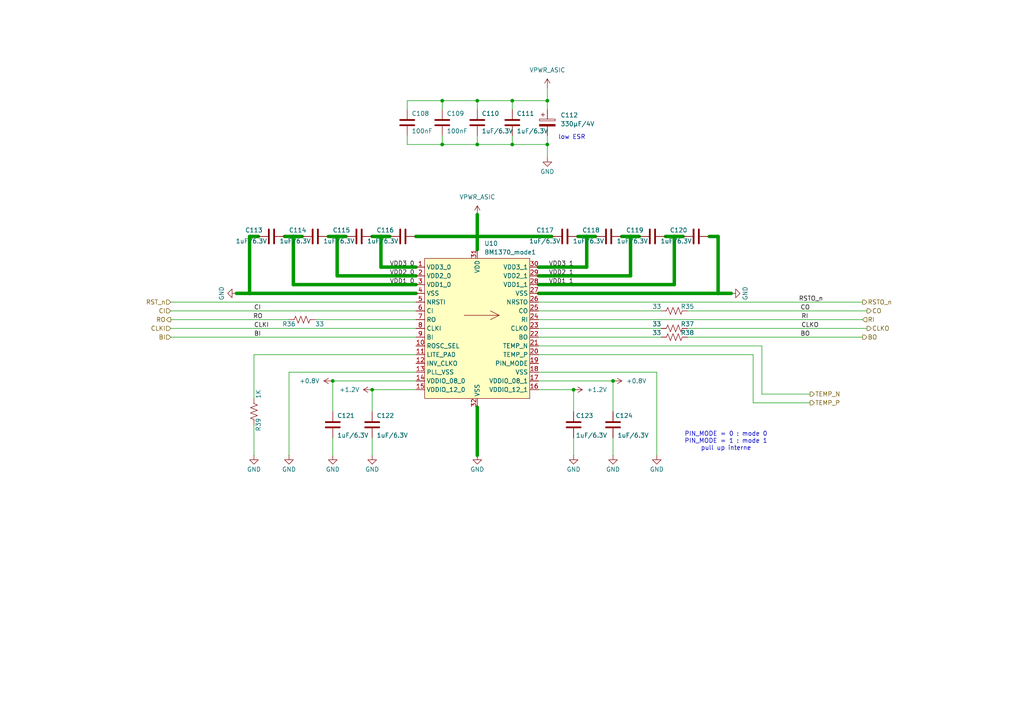
<source format=kicad_sch>
(kicad_sch (version 20231120) (generator "eeschema") (generator_version "8.0")
  (paper "A4")
  (lib_symbols
    (symbol "Device:C" (pin_numbers hide) (pin_names (offset 0.254))
      (property "Reference" "C" (at 0.635 2.54 0))
      (property "Value" "C" (at 0.635 -2.54 0))
      (symbol "C_0_1"
        (polyline (pts (xy -2.032 -0.762) (xy 2.032 -0.762)) (stroke (width 0.508)))
        (polyline (pts (xy -2.032 0.762) (xy 2.032 0.762)) (stroke (width 0.508)))
      )
      (symbol "C_1_1"
        (pin passive line (at 0 3.81 270) (length 2.794) (name "~") (number "1"))
        (pin passive line (at 0 -3.81 90) (length 2.794) (name "~") (number "2"))
      )
    )
    (symbol "Device:C_Polarized" (pin_numbers hide) (pin_names (offset 0.254))
      (property "Reference" "C" (at 0.635 2.54 0))
      (property "Value" "C_Polarized" (at 0.635 -2.54 0))
      (symbol "C_Polarized_0_1"
        (rectangle (start -2.286 0.508) (end 2.286 1.016))
        (polyline (pts (xy -1.778 2.286) (xy -0.762 2.286)))
        (polyline (pts (xy -1.27 2.794) (xy -1.27 1.778)))
        (rectangle (start 2.286 -0.508) (end -2.286 -1.016) (fill (type outline)))
      )
      (symbol "C_Polarized_1_1"
        (pin passive line (at 0 3.81 270) (length 2.794) (name "~") (number "1"))
        (pin passive line (at 0 -3.81 90) (length 2.794) (name "~") (number "2"))
      )
    )
    (symbol "Device:R_US" (pin_numbers hide) (pin_names (offset 0))
      (property "Reference" "R" (at 2.54 0 90))
      (property "Value" "R_US" (at -2.54 0 90))
      (symbol "R_US_0_1"
        (polyline (pts (xy 0 -2.286) (xy 0 -2.54)))
        (polyline (pts (xy 0 2.286) (xy 0 2.54)))
        (polyline (pts (xy 0 -0.762) (xy 1.016 -1.143) (xy 0 -1.524) (xy -1.016 -1.905) (xy 0 -2.286)))
        (polyline (pts (xy 0 0.762) (xy 1.016 0.381) (xy 0 0) (xy -1.016 -0.381) (xy 0 -0.762)))
        (polyline (pts (xy 0 2.286) (xy 1.016 1.905) (xy 0 1.524) (xy -1.016 1.143) (xy 0 0.762)))
      )
      (symbol "R_US_1_1"
        (pin passive line (at 0 3.81 270) (length 1.27) (name "~") (number "1"))
        (pin passive line (at 0 -3.81 90) (length 1.27) (name "~") (number "2"))
      )
    )
    (symbol "EKO_Miner_ASIClib:BM1370_mode1"
      (property "Reference" "U" (at 20.066 1.016 0))
      (property "Value" "BM1370_mode1" (at 26.924 -1.27 0))
      (symbol "BM1370_mode1_0_1"
        (polyline (pts (xy 13.97 -19.05) (xy 24.13 -19.05)))
        (polyline (pts (xy 21.59 -20.32) (xy 24.13 -19.05)))
        (polyline (pts (xy 21.59 -17.78) (xy 24.13 -19.05)))
        (rectangle (start 2.54 -2.54) (end 33.02 -43.18) (fill (type background)))
      )
      (symbol "BM1370_mode1_1_1"
        (pin power_in line (at 0 -5.08 0) (length 2.54) (name "VDD3_0") (number "1"))
        (pin unspecified line (at 0 -27.94 0) (length 2.54) (name "ROSC_SEL") (number "10"))
        (pin unspecified line (at 0 -30.48 0) (length 2.54) (name "LITE_PAD") (number "11"))
        (pin unspecified line (at 0 -33.02 0) (length 2.54) (name "INV_CLKO") (number "12"))
        (pin power_in line (at 0 -35.56 0) (length 2.54) (name "PLL_VSS") (number "13"))
        (pin power_in line (at 0 -38.1 0) (length 2.54) (name "VDDIO_08_0") (number "14"))
        (pin power_in line (at 0 -40.64 0) (length 2.54) (name "VDDIO_12_0") (number "15"))
        (pin power_in line (at 35.56 -40.64 180) (length 2.54) (name "VDDIO_12_1") (number "16"))
        (pin power_in line (at 35.56 -38.1 180) (length 2.54) (name "VDDIO_08_1") (number "17"))
        (pin power_in line (at 35.56 -35.56 180) (length 2.54) (name "VSS") (number "18"))
        (pin input line (at 35.56 -33.02 180) (length 2.54) (name "PIN_MODE") (number "19"))
        (pin power_in line (at 0 -7.62 0) (length 2.54) (name "VDD2_0") (number "2"))
        (pin unspecified line (at 35.56 -30.48 180) (length 2.54) (name "TEMP_P") (number "20"))
        (pin unspecified line (at 35.56 -27.94 180) (length 2.54) (name "TEMP_N") (number "21"))
        (pin output line (at 35.56 -25.4 180) (length 2.54) (name "BO") (number "22"))
        (pin output line (at 35.56 -22.86 180) (length 2.54) (name "CLKO") (number "23"))
        (pin input line (at 35.56 -20.32 180) (length 2.54) (name "RI") (number "24"))
        (pin output line (at 35.56 -17.78 180) (length 2.54) (name "CO") (number "25"))
        (pin output line (at 35.56 -15.24 180) (length 2.54) (name "NRSTO") (number "26"))
        (pin power_in line (at 35.56 -12.7 180) (length 2.54) (name "VSS") (number "27"))
        (pin power_in line (at 35.56 -10.16 180) (length 2.54) (name "VDD1_1") (number "28"))
        (pin power_in line (at 35.56 -7.62 180) (length 2.54) (name "VDD2_1") (number "29"))
        (pin power_in line (at 0 -10.16 0) (length 2.54) (name "VDD1_0") (number "3"))
        (pin power_in line (at 35.56 -5.08 180) (length 2.54) (name "VDD3_1") (number "30"))
        (pin power_in line (at 17.78 0 270) (length 2.54) (name "VDD") (number "31"))
        (pin power_in line (at 17.78 -45.72 90) (length 2.54) (name "VSS") (number "32"))
        (pin power_in line (at 0 -12.7 0) (length 2.54) (name "VSS") (number "4"))
        (pin input line (at 0 -15.24 0) (length 2.54) (name "NRSTI") (number "5"))
        (pin input line (at 0 -17.78 0) (length 2.54) (name "CI") (number "6"))
        (pin output line (at 0 -20.32 0) (length 2.54) (name "RO") (number "7"))
        (pin input line (at 0 -22.86 0) (length 2.54) (name "CLKI") (number "8"))
        (pin input line (at 0 -25.4 0) (length 2.54) (name "BI") (number "9"))
      )
    )
    (symbol "power:GND" (power) (pin_numbers hide) (pin_names (offset 0) hide)
      (property "Value" "GND" (at 0 -3.81 0))
      (symbol "GND_0_1"
        (polyline (pts (xy 0 0) (xy 0 -1.27) (xy 1.27 -1.27) (xy 0 -2.54) (xy -1.27 -1.27) (xy 0 -1.27)))
      )
      (symbol "GND_1_1"
        (pin power_in line (at 0 0 270) (length 0) (name "~") (number "1"))
      )
    )
    (symbol "power:VDD" (power) (pin_numbers hide) (pin_names (offset 0) hide)
      (property "Value" "VDD" (at 0 3.556 0))
      (symbol "VDD_0_1"
        (polyline (pts (xy -0.762 1.27) (xy 0 2.54)))
        (polyline (pts (xy 0 0) (xy 0 2.54)))
        (polyline (pts (xy 0 2.54) (xy 0.762 1.27)))
      )
      (symbol "VDD_1_1"
        (pin power_in line (at 0 0 90) (length 0) (name "~") (number "1"))
      )
    )
  )
  (junction (at 107.95 113.03))
  (junction (at 138.43 29.21) (diameter 0.9144))
  (junction (at 128.27 41.91) (diameter 0.9144))
  (junction (at 148.59 41.91))
  (junction (at 177.8 110.49))
  (junction (at 170.18 68.58))
  (junction (at 72.39 85.09))
  (junction (at 85.09 68.58))
  (junction (at 208.28 85.09))
  (junction (at 138.43 68.58))
  (junction (at 96.52 110.49))
  (junction (at 128.27 29.21) (diameter 0.9144))
  (junction (at 158.75 29.21))
  (junction (at 97.79 68.58))
  (junction (at 148.59 29.21))
  (junction (at 110.49 68.58))
  (junction (at 166.37 113.03))
  (junction (at 138.43 41.91) (diameter 0.9144))
  (junction (at 158.75 41.91))
  (junction (at 182.88 68.58))
  (junction (at 195.58 68.58))
  (wire (pts (xy 166.37 113.03) (xy 166.37 119.38)))
  (wire (pts (xy 220.98 114.3) (xy 234.95 114.3)))
  (wire (pts (xy 148.59 41.91) (xy 138.43 41.91)))
  (wire (pts (xy 158.75 31.75) (xy 158.75 29.21)))
  (wire (pts (xy 156.21 95.25) (xy 191.77 95.25)))
  (wire (pts (xy 208.28 85.09) (xy 208.28 68.58)) (stroke (width 1)))
  (wire (pts (xy 118.11 31.75) (xy 118.11 29.21)))
  (wire (pts (xy 49.53 92.71) (xy 83.82 92.71)))
  (wire (pts (xy 107.95 127) (xy 107.95 132.08)))
  (wire (pts (xy 166.37 127) (xy 166.37 132.08)))
  (wire (pts (xy 85.09 68.58) (xy 87.63 68.58)) (stroke (width 1)))
  (wire (pts (xy 97.79 68.58) (xy 100.33 68.58)) (stroke (width 1)))
  (wire (pts (xy 156.21 87.63) (xy 250.19 87.63)))
  (wire (pts (xy 110.49 68.58) (xy 109.22 68.58)))
  (wire (pts (xy 120.65 68.58) (xy 138.43 68.58)) (stroke (width 1)))
  (wire (pts (xy 138.43 68.58) (xy 160.02 68.58)) (stroke (width 1)))
  (wire (pts (xy 199.39 95.25) (xy 251.46 95.25)))
  (wire (pts (xy 156.21 77.47) (xy 170.18 77.47)) (stroke (width 1)))
  (wire (pts (xy 128.27 29.21) (xy 138.43 29.21)))
  (wire (pts (xy 97.79 80.01) (xy 120.65 80.01)) (stroke (width 1)))
  (wire (pts (xy 128.27 31.75) (xy 128.27 29.21)))
  (wire (pts (xy 138.43 118.11) (xy 138.43 132.08)) (stroke (width 1)))
  (wire (pts (xy 110.49 68.58) (xy 110.49 77.47)) (stroke (width 1)))
  (wire (pts (xy 158.75 25.4) (xy 158.75 29.21)))
  (wire (pts (xy 85.09 68.58) (xy 86.36 68.58)))
  (wire (pts (xy 156.21 85.09) (xy 208.28 85.09)) (stroke (width 1)))
  (wire (pts (xy 167.64 68.58) (xy 170.18 68.58)) (stroke (width 1)))
  (wire (pts (xy 177.8 110.49) (xy 177.8 119.38)))
  (wire (pts (xy 138.43 29.21) (xy 148.59 29.21)))
  (wire (pts (xy 118.11 39.37) (xy 118.11 41.91)))
  (wire (pts (xy 182.88 68.58) (xy 185.42 68.58)) (stroke (width 1)))
  (wire (pts (xy 190.5 107.95) (xy 190.5 132.08)))
  (wire (pts (xy 180.34 68.58) (xy 182.88 68.58)) (stroke (width 1)))
  (wire (pts (xy 107.95 113.03) (xy 107.95 119.38)))
  (wire (pts (xy 199.39 90.17) (xy 251.46 90.17)))
  (wire (pts (xy 128.27 41.91) (xy 138.43 41.91)))
  (wire (pts (xy 73.66 102.87) (xy 73.66 115.57)))
  (wire (pts (xy 156.21 80.01) (xy 182.88 80.01)) (stroke (width 1)))
  (wire (pts (xy 128.27 39.37) (xy 128.27 41.91)))
  (wire (pts (xy 118.11 29.21) (xy 128.27 29.21)))
  (wire (pts (xy 158.75 45.72) (xy 158.75 41.91)))
  (wire (pts (xy 156.21 82.55) (xy 195.58 82.55)) (stroke (width 1)))
  (wire (pts (xy 138.43 62.23) (xy 138.43 68.58)) (stroke (width 1)))
  (wire (pts (xy 85.09 82.55) (xy 120.65 82.55)) (stroke (width 1)))
  (wire (pts (xy 195.58 68.58) (xy 198.12 68.58)) (stroke (width 1)))
  (wire (pts (xy 170.18 68.58) (xy 172.72 68.58)) (stroke (width 1)))
  (wire (pts (xy 156.21 92.71) (xy 250.19 92.71)))
  (wire (pts (xy 96.52 110.49) (xy 96.52 119.38)))
  (wire (pts (xy 177.8 127) (xy 177.8 132.08)))
  (wire (pts (xy 120.65 102.87) (xy 73.66 102.87)))
  (wire (pts (xy 158.75 39.37) (xy 158.75 41.91)))
  (wire (pts (xy 120.65 107.95) (xy 83.82 107.95)))
  (wire (pts (xy 218.44 116.84) (xy 234.95 116.84)))
  (wire (pts (xy 148.59 29.21) (xy 158.75 29.21)))
  (wire (pts (xy 97.79 68.58) (xy 100.33 68.58)))
  (wire (pts (xy 199.39 97.79) (xy 250.19 97.79)))
  (wire (pts (xy 156.21 100.33) (xy 220.98 100.33)))
  (wire (pts (xy 96.52 110.49) (xy 120.65 110.49)))
  (wire (pts (xy 138.43 31.75) (xy 138.43 29.21)))
  (wire (pts (xy 72.39 85.09) (xy 120.65 85.09)) (stroke (width 1)))
  (wire (pts (xy 156.21 97.79) (xy 191.77 97.79)))
  (wire (pts (xy 193.04 68.58) (xy 195.58 68.58)) (stroke (width 1)))
  (wire (pts (xy 156.21 113.03) (xy 166.37 113.03)))
  (wire (pts (xy 49.53 97.79) (xy 120.65 97.79)))
  (wire (pts (xy 220.98 100.33) (xy 220.98 114.3)))
  (wire (pts (xy 170.18 77.47) (xy 170.18 68.58)) (stroke (width 1)))
  (wire (pts (xy 107.95 68.58) (xy 110.49 68.58)) (stroke (width 1)))
  (wire (pts (xy 97.79 80.01) (xy 97.79 68.58)) (stroke (width 1)))
  (wire (pts (xy 138.43 39.37) (xy 138.43 41.91)))
  (wire (pts (xy 49.53 90.17) (xy 120.65 90.17)))
  (wire (pts (xy 195.58 82.55) (xy 195.58 68.58)) (stroke (width 1)))
  (wire (pts (xy 95.25 68.58) (xy 97.79 68.58)) (stroke (width 1)))
  (wire (pts (xy 128.27 41.91) (xy 118.11 41.91)))
  (wire (pts (xy 107.95 113.03) (xy 120.65 113.03)))
  (wire (pts (xy 73.66 123.19) (xy 73.66 132.08)))
  (wire (pts (xy 182.88 80.01) (xy 182.88 68.58)) (stroke (width 1)))
  (wire (pts (xy 96.52 127) (xy 96.52 132.08)))
  (wire (pts (xy 148.59 41.91) (xy 158.75 41.91)))
  (wire (pts (xy 49.53 87.63) (xy 120.65 87.63)))
  (wire (pts (xy 148.59 39.37) (xy 148.59 41.91)))
  (wire (pts (xy 110.49 77.47) (xy 120.65 77.47)) (stroke (width 1)))
  (wire (pts (xy 156.21 107.95) (xy 190.5 107.95)))
  (wire (pts (xy 218.44 102.87) (xy 218.44 116.84)))
  (wire (pts (xy 156.21 90.17) (xy 191.77 90.17)))
  (wire (pts (xy 156.21 102.87) (xy 218.44 102.87)))
  (wire (pts (xy 83.82 107.95) (xy 83.82 132.08)))
  (wire (pts (xy 138.43 68.58) (xy 138.43 72.39)) (stroke (width 1)))
  (wire (pts (xy 68.58 85.09) (xy 72.39 85.09)) (stroke (width 1)))
  (wire (pts (xy 49.53 95.25) (xy 120.65 95.25)))
  (wire (pts (xy 72.39 85.09) (xy 72.39 68.58)) (stroke (width 1)))
  (wire (pts (xy 110.49 68.58) (xy 113.03 68.58)) (stroke (width 1)))
  (wire (pts (xy 208.28 68.58) (xy 205.74 68.58)) (stroke (width 1)))
  (wire (pts (xy 85.09 82.55) (xy 85.09 68.58)) (stroke (width 1)))
  (wire (pts (xy 91.44 92.71) (xy 120.65 92.71)))
  (wire (pts (xy 148.59 31.75) (xy 148.59 29.21)))
  (wire (pts (xy 156.21 110.49) (xy 177.8 110.49)))
  (wire (pts (xy 82.55 68.58) (xy 85.09 68.58)) (stroke (width 1)))
  (wire (pts (xy 72.39 68.58) (xy 74.93 68.58)) (stroke (width 1)))
  (wire (pts (xy 208.28 85.09) (xy 212.09 85.09)) (stroke (width 1)))
  (text "low ESR" (at 165.862 39.878 0) (effects (font (size 1.27 1.27))))
  (text "PIN_MODE = 0 : mode 0\nPIN_MODE = 1 : mode 1\npull up interne" (at 210.566 128.016 0) (effects (font (size 1.27 1.27))))
  (label "BO" (at 234.95 97.79 180))
  (label "CLKI" (at 73.66 95.25 0))
  (label "VDD2_0" (at 113.03 80.01 0))
  (label "RI" (at 232.41 92.71 0))
  (label "RO" (at 76.2 92.71 180))
  (label "CLKO" (at 237.49 95.25 180))
  (label "VDD1_0" (at 113.03 82.55 0))
  (label "VDD3_1" (at 166.37 77.47 180))
  (label "BI" (at 73.66 97.79 0))
  (label "RSTO_n" (at 238.76 87.63 180))
  (label "VDD3_0" (at 113.03 77.47 0))
  (label "CI" (at 73.66 90.17 0))
  (label "VDD2_1" (at 166.37 80.01 180))
  (label "VDD1_1" (at 166.37 82.55 180))
  (label "CO" (at 234.95 90.17 180))
  (hierarchical_label "CLKI" (shape input) (at 49.53 95.25 180))
  (hierarchical_label "CI" (shape input) (at 49.53 90.17 180))
  (hierarchical_label "RO" (shape output) (at 49.53 92.71 180))
  (hierarchical_label "CO" (shape output) (at 251.46 90.17 0))
  (hierarchical_label "BO" (shape output) (at 250.19 97.79 0))
  (hierarchical_label "CLKO" (shape output) (at 251.46 95.25 0))
  (hierarchical_label "RSTO_n" (shape output) (at 250.19 87.63 0))
  (hierarchical_label "BI" (shape input) (at 49.53 97.79 180))
  (hierarchical_label "TEMP_N" (shape output) (at 234.95 114.3 0))
  (hierarchical_label "RST_n" (shape input) (at 49.53 87.63 180))
  (hierarchical_label "RI" (shape input) (at 250.19 92.71 0))
  (hierarchical_label "TEMP_P" (shape output) (at 234.95 116.84 0))
  (symbol (lib_id "Device:C_Polarized") (at 158.75 35.56 0) (unit 1)
    (property "Reference" "C112" (at 162.56 33.4009 0) (effects (justify left)))
    (property "Value" "330µF/4V" (at 162.56 35.9409 0) (effects (justify left)))
    (property "Footprint" "Capacitor_SMD:C_1210_3225Metric" (effects (hide yes)))
    (property "MP" "GRM32ER60G337ME05K" (effects (hide yes)))
    (property "P/N MOUSER" "81-GRM32ER60G337ME5K" (effects (hide yes)))
    (instances (project "AsicsBoard - 10xBM1370 - 01A" (path "" (reference "C112") (unit 1)) (path "" (reference "C78") (unit 1)) (path "" (reference "C129") (unit 1)) (path "" (reference "C163") (unit 1)) (path "" (reference "C44") (unit 1)) (path "" (reference "C27") (unit 1)) (path "" (reference "C61") (unit 1)) (path "" (reference "C95") (unit 1)) (path "" (reference "C146") (unit 1)) (path "" (reference "C10") (unit 1))))
  )
  (symbol (lib_id "Device:R_US") (at 195.58 90.17 90) (unit 1)
    (property "Reference" "R35" (at 199.39 88.9 90))
    (property "Value" "33" (at 190.5 88.9 90))
    (property "Footprint" "Resistor_SMD:R_0402_1005Metric" (effects (hide yes)))
    (property "P/N MOUSER" "791-WR04X33R0FTL" (effects (hide yes)))
    (instances (project "AsicsBoard - 10xBM1370 - 01A" (path "" (reference "R35") (unit 1)) (path "" (reference "R23") (unit 1)) (path "" (reference "R40") (unit 1)) (path "" (reference "R50") (unit 1)) (path "" (reference "R13") (unit 1)) (path "" (reference "R8") (unit 1)) (path "" (reference "R18") (unit 1)) (path "" (reference "R30") (unit 1)) (path "" (reference "R45") (unit 1)) (path "" (reference "R3") (unit 1))))
  )
  (symbol (lib_id "Device:C") (at 116.84 68.58 90) (unit 1)
    (property "Reference" "C116" (at 114.3 66.04 90) (effects (justify left bottom)))
    (property "Value" "1uF/6.3V" (at 115.57 69.215 90) (effects (justify left bottom)))
    (property "Footprint" "Capacitor_SMD:C_0402_1005Metric" (effects (hide yes)))
    (property "P/N MOUSER" "81-GRM155R70J105KA2D" (effects (hide yes)))
    (instances (project "AsicsBoard - 10xBM1370 - 01A" (path "" (reference "C116") (unit 1)) (path "" (reference "C82") (unit 1)) (path "" (reference "C133") (unit 1)) (path "" (reference "C167") (unit 1)) (path "" (reference "C48") (unit 1)) (path "" (reference "C31") (unit 1)) (path "" (reference "C65") (unit 1)) (path "" (reference "C99") (unit 1)) (path "" (reference "C150") (unit 1)) (path "" (reference "C14") (unit 1))))
  )
  (symbol (lib_id "Device:C") (at 118.11 35.56 0) (unit 1)
    (property "Reference" "C108" (at 119.38 33.655 0) (effects (justify left bottom)))
    (property "Value" "100nF" (at 119.38 38.735 0) (effects (justify left bottom)))
    (property "Footprint" "Capacitor_SMD:C_0402_1005Metric" (effects (hide yes)))
    (property "P/N MOUSER" "791-SH15B104K160CT" (effects (hide yes)))
    (instances (project "AsicsBoard - 10xBM1370 - 01A" (path "" (reference "C108") (unit 1)) (path "" (reference "C74") (unit 1)) (path "" (reference "C125") (unit 1)) (path "" (reference "C159") (unit 1)) (path "" (reference "C40") (unit 1)) (path "" (reference "C23") (unit 1)) (path "" (reference "C57") (unit 1)) (path "" (reference "C91") (unit 1)) (path "" (reference "C142") (unit 1)) (path "" (reference "C6") (unit 1))))
  )
  (symbol (lib_id "power:GND") (at 212.09 85.09 90) (unit 1)
    (property "Reference" "#PWR0129" (effects (hide yes)))
    (property "Value" "GND" (at 216.154 85.09 0))
    (property "Description" "Power symbol creates a global label with name \"GND\" , ground" (effects (hide yes)))
    (instances (project "AsicsBoard - 10xBM1370 - 01A" (path "" (reference "#PWR0129") (unit 1)) (path "" (reference "#PWR093") (unit 1)) (path "" (reference "#PWR0146") (unit 1)) (path "" (reference "#PWR0180") (unit 1)) (path "" (reference "#PWR059") (unit 1)) (path "" (reference "#PWR042") (unit 1)) (path "" (reference "#PWR076") (unit 1)) (path "" (reference "#PWR0112") (unit 1)) (path "" (reference "#PWR0163") (unit 1)) (path "" (reference "#PWR025") (unit 1))))
  )
  (symbol (lib_id "power:GND") (at 83.82 132.08 0) (unit 1)
    (property "Reference" "#PWR0135" (effects (hide yes)))
    (property "Value" "GND" (at 83.82 136.144 0))
    (property "Description" "Power symbol creates a global label with name \"GND\" , ground" (effects (hide yes)))
    (instances (project "AsicsBoard - 10xBM1370 - 01A" (path "" (reference "#PWR0135") (unit 1)) (path "" (reference "#PWR099") (unit 1)) (path "" (reference "#PWR0152") (unit 1)) (path "" (reference "#PWR0186") (unit 1)) (path "" (reference "#PWR065") (unit 1)) (path "" (reference "#PWR048") (unit 1)) (path "" (reference "#PWR082") (unit 1)) (path "" (reference "#PWR0118") (unit 1)) (path "" (reference "#PWR0169") (unit 1)) (path "" (reference "#PWR031") (unit 1))))
  )
  (symbol (lib_id "Device:C") (at 201.93 68.58 90) (unit 1)
    (property "Reference" "C120" (at 199.39 66.04 90) (effects (justify left bottom)))
    (property "Value" "1uF/6.3V" (at 200.66 69.215 90) (effects (justify left bottom)))
    (property "Footprint" "Capacitor_SMD:C_0402_1005Metric" (effects (hide yes)))
    (property "P/N MOUSER" "81-GRM155R70J105KA2D" (effects (hide yes)))
    (instances (project "AsicsBoard - 10xBM1370 - 01A" (path "" (reference "C120") (unit 1)) (path "" (reference "C86") (unit 1)) (path "" (reference "C137") (unit 1)) (path "" (reference "C171") (unit 1)) (path "" (reference "C52") (unit 1)) (path "" (reference "C35") (unit 1)) (path "" (reference "C69") (unit 1)) (path "" (reference "C103") (unit 1)) (path "" (reference "C154") (unit 1)) (path "" (reference "C18") (unit 1))))
  )
  (symbol (lib_id "power:VDD") (at 96.52 110.49 90) (unit 1)
    (property "Reference" "#PWR0130" (effects (hide yes)))
    (property "Value" "+0.8V" (at 92.71 110.4899 90) (effects (justify left)))
    (property "Description" "Power symbol creates a global label with name \"VDD\"" (effects (hide yes)))
    (instances (project "AsicsBoard - 10xBM1370 - 01A" (path "" (reference "#PWR0130") (unit 1)) (path "" (reference "#PWR094") (unit 1)) (path "" (reference "#PWR0147") (unit 1)) (path "" (reference "#PWR0181") (unit 1)) (path "" (reference "#PWR060") (unit 1)) (path "" (reference "#PWR043") (unit 1)) (path "" (reference "#PWR077") (unit 1)) (path "" (reference "#PWR0113") (unit 1)) (path "" (reference "#PWR0164") (unit 1)) (path "" (reference "#PWR026") (unit 1))))
  )
  (symbol (lib_id "Device:C") (at 91.44 68.58 90) (unit 1)
    (property "Reference" "C114" (at 88.9 66.04 90) (effects (justify left bottom)))
    (property "Value" "1uF/6.3V" (at 90.17 69.215 90) (effects (justify left bottom)))
    (property "Footprint" "Capacitor_SMD:C_0402_1005Metric" (effects (hide yes)))
    (property "P/N MOUSER" "81-GRM155R70J105KA2D" (effects (hide yes)))
    (instances (project "AsicsBoard - 10xBM1370 - 01A" (path "" (reference "C114") (unit 1)) (path "" (reference "C80") (unit 1)) (path "" (reference "C131") (unit 1)) (path "" (reference "C165") (unit 1)) (path "" (reference "C46") (unit 1)) (path "" (reference "C29") (unit 1)) (path "" (reference "C63") (unit 1)) (path "" (reference "C97") (unit 1)) (path "" (reference "C148") (unit 1)) (path "" (reference "C12") (unit 1))))
  )
  (symbol (lib_id "Device:R_US") (at 195.58 95.25 90) (unit 1)
    (property "Reference" "R37" (at 199.39 93.98 90))
    (property "Value" "33" (at 190.5 93.98 90))
    (property "Footprint" "Resistor_SMD:R_0402_1005Metric" (effects (hide yes)))
    (property "P/N MOUSER" "791-WR04X33R0FTL" (effects (hide yes)))
    (instances (project "AsicsBoard - 10xBM1370 - 01A" (path "" (reference "R37") (unit 1)) (path "" (reference "R25") (unit 1)) (path "" (reference "R42") (unit 1)) (path "" (reference "R52") (unit 1)) (path "" (reference "R15") (unit 1)) (path "" (reference "R10") (unit 1)) (path "" (reference "R20") (unit 1)) (path "" (reference "R32") (unit 1)) (path "" (reference "R47") (unit 1)) (path "" (reference "R5") (unit 1))))
  )
  (symbol (lib_id "EKO_Miner_ASIClib:BM1370_mode1") (at 120.65 72.39 0) (unit 1)
    (property "Reference" "U10" (at 140.462 70.612 0) (effects (justify left)))
    (property "Value" "BM1370_mode1" (at 140.462 73.152 0) (effects (justify left)))
    (property "Footprint" "EKO_Miner_ASIClib:BM1370" (effects (hide yes)))
    (instances (project "AsicsBoard - 10xBM1370 - 01A" (path "" (reference "U10") (unit 1)) (path "" (reference "U8") (unit 1)) (path "" (reference "U11") (unit 1)) (path "" (reference "U13") (unit 1)) (path "" (reference "U6") (unit 1)) (path "" (reference "U5") (unit 1)) (path "" (reference "U7") (unit 1)) (path "" (reference "U9") (unit 1)) (path "" (reference "U12") (unit 1)) (path "" (reference "U4") (unit 1))))
  )
  (symbol (lib_id "power:GND") (at 68.58 85.09 270) (unit 1)
    (property "Reference" "#PWR0128" (effects (hide yes)))
    (property "Value" "GND" (at 64.262 85.09 0))
    (property "Description" "Power symbol creates a global label with name \"GND\" , ground" (effects (hide yes)))
    (instances (project "AsicsBoard - 10xBM1370 - 01A" (path "" (reference "#PWR0128") (unit 1)) (path "" (reference "#PWR092") (unit 1)) (path "" (reference "#PWR0145") (unit 1)) (path "" (reference "#PWR0179") (unit 1)) (path "" (reference "#PWR058") (unit 1)) (path "" (reference "#PWR041") (unit 1)) (path "" (reference "#PWR075") (unit 1)) (path "" (reference "#PWR0111") (unit 1)) (path "" (reference "#PWR0162") (unit 1)) (path "" (reference "#PWR024") (unit 1))))
  )
  (symbol (lib_id "Device:C") (at 177.8 123.19 0) (unit 1)
    (property "Reference" "C124" (at 178.435 121.285 0) (effects (justify left bottom)))
    (property "Value" "1uF/6.3V" (at 179.07 127 0) (effects (justify left bottom)))
    (property "Footprint" "Capacitor_SMD:C_0402_1005Metric" (effects (hide yes)))
    (property "P/N MOUSER" "81-GRM155R70J105KA2D" (effects (hide yes)))
    (instances (project "AsicsBoard - 10xBM1370 - 01A" (path "" (reference "C124") (unit 1)) (path "" (reference "C90") (unit 1)) (path "" (reference "C141") (unit 1)) (path "" (reference "C175") (unit 1)) (path "" (reference "C56") (unit 1)) (path "" (reference "C39") (unit 1)) (path "" (reference "C73") (unit 1)) (path "" (reference "C107") (unit 1)) (path "" (reference "C158") (unit 1)) (path "" (reference "C22") (unit 1))))
  )
  (symbol (lib_id "power:VDD") (at 107.95 113.03 90) (unit 1)
    (property "Reference" "#PWR0132" (effects (hide yes)))
    (property "Value" "+1.2V" (at 101.346 113.03 90))
    (property "Description" "Power symbol creates a global label with name \"VDD\"" (effects (hide yes)))
    (instances (project "AsicsBoard - 10xBM1370 - 01A" (path "" (reference "#PWR0132") (unit 1)) (path "" (reference "#PWR096") (unit 1)) (path "" (reference "#PWR0149") (unit 1)) (path "" (reference "#PWR0183") (unit 1)) (path "" (reference "#PWR062") (unit 1)) (path "" (reference "#PWR045") (unit 1)) (path "" (reference "#PWR079") (unit 1)) (path "" (reference "#PWR0115") (unit 1)) (path "" (reference "#PWR0166") (unit 1)) (path "" (reference "#PWR028") (unit 1))))
  )
  (symbol (lib_id "power:VDD") (at 166.37 113.03 270) (unit 1)
    (property "Reference" "#PWR0133" (effects (hide yes)))
    (property "Value" "+1.2V" (at 170.18 113.0301 90) (effects (justify left)))
    (property "Description" "Power symbol creates a global label with name \"VDD\"" (effects (hide yes)))
    (instances (project "AsicsBoard - 10xBM1370 - 01A" (path "" (reference "#PWR0133") (unit 1)) (path "" (reference "#PWR097") (unit 1)) (path "" (reference "#PWR0150") (unit 1)) (path "" (reference "#PWR0184") (unit 1)) (path "" (reference "#PWR063") (unit 1)) (path "" (reference "#PWR046") (unit 1)) (path "" (reference "#PWR080") (unit 1)) (path "" (reference "#PWR0116") (unit 1)) (path "" (reference "#PWR0167") (unit 1)) (path "" (reference "#PWR029") (unit 1))))
  )
  (symbol (lib_id "Device:R_US") (at 87.63 92.71 270) (unit 1)
    (property "Reference" "R36" (at 83.82 93.98 90))
    (property "Value" "33" (at 92.71 93.98 90))
    (property "Footprint" "Resistor_SMD:R_0402_1005Metric" (effects (hide yes)))
    (property "P/N MOUSER" "791-WR04X33R0FTL" (effects (hide yes)))
    (instances (project "AsicsBoard - 10xBM1370 - 01A" (path "" (reference "R36") (unit 1)) (path "" (reference "R24") (unit 1)) (path "" (reference "R41") (unit 1)) (path "" (reference "R51") (unit 1)) (path "" (reference "R14") (unit 1)) (path "" (reference "R9") (unit 1)) (path "" (reference "R19") (unit 1)) (path "" (reference "R31") (unit 1)) (path "" (reference "R46") (unit 1)) (path "" (reference "R4") (unit 1))))
  )
  (symbol (lib_id "Device:R_US") (at 73.66 119.38 0) (unit 1)
    (property "Reference" "R39" (at 74.93 123.19 90))
    (property "Value" "1K" (at 74.93 114.3 90))
    (property "Footprint" "Resistor_SMD:R_0402_1005Metric" (effects (hide yes)))
    (property "P/N MOUSER" "708-RNCP0402FTD1K00" (effects (hide yes)))
    (instances (project "AsicsBoard - 10xBM1370 - 01A" (path "" (reference "R39") (unit 1)) (path "" (reference "R27") (unit 1)) (path "" (reference "R44") (unit 1)) (path "" (reference "R54") (unit 1)) (path "" (reference "R17") (unit 1)) (path "" (reference "R12") (unit 1)) (path "" (reference "R22") (unit 1)) (path "" (reference "R34") (unit 1)) (path "" (reference "R49") (unit 1)) (path "" (reference "R7") (unit 1))))
  )
  (symbol (lib_id "Device:C") (at 166.37 123.19 0) (unit 1)
    (property "Reference" "C123" (at 167.005 121.285 0) (effects (justify left bottom)))
    (property "Value" "1uF/6.3V" (at 167.005 127 0) (effects (justify left bottom)))
    (property "Footprint" "Capacitor_SMD:C_0402_1005Metric" (effects (hide yes)))
    (property "P/N MOUSER" "81-GRM155R70J105KA2D" (effects (hide yes)))
    (instances (project "AsicsBoard - 10xBM1370 - 01A" (path "" (reference "C123") (unit 1)) (path "" (reference "C89") (unit 1)) (path "" (reference "C140") (unit 1)) (path "" (reference "C174") (unit 1)) (path "" (reference "C55") (unit 1)) (path "" (reference "C38") (unit 1)) (path "" (reference "C72") (unit 1)) (path "" (reference "C106") (unit 1)) (path "" (reference "C157") (unit 1)) (path "" (reference "C21") (unit 1))))
  )
  (symbol (lib_id "power:GND") (at 107.95 132.08 0) (unit 1)
    (property "Reference" "#PWR0137" (effects (hide yes)))
    (property "Value" "GND" (at 107.95 136.144 0))
    (property "Description" "Power symbol creates a global label with name \"GND\" , ground" (effects (hide yes)))
    (instances (project "AsicsBoard - 10xBM1370 - 01A" (path "" (reference "#PWR0137") (unit 1)) (path "" (reference "#PWR0101") (unit 1)) (path "" (reference "#PWR0154") (unit 1)) (path "" (reference "#PWR0188") (unit 1)) (path "" (reference "#PWR067") (unit 1)) (path "" (reference "#PWR050") (unit 1)) (path "" (reference "#PWR084") (unit 1)) (path "" (reference "#PWR0120") (unit 1)) (path "" (reference "#PWR0171") (unit 1)) (path "" (reference "#PWR033") (unit 1))))
  )
  (symbol (lib_id "power:GND") (at 96.52 132.08 0) (unit 1)
    (property "Reference" "#PWR0136" (effects (hide yes)))
    (property "Value" "GND" (at 96.52 136.144 0))
    (property "Description" "Power symbol creates a global label with name \"GND\" , ground" (effects (hide yes)))
    (instances (project "AsicsBoard - 10xBM1370 - 01A" (path "" (reference "#PWR0136") (unit 1)) (path "" (reference "#PWR0100") (unit 1)) (path "" (reference "#PWR0153") (unit 1)) (path "" (reference "#PWR0187") (unit 1)) (path "" (reference "#PWR066") (unit 1)) (path "" (reference "#PWR049") (unit 1)) (path "" (reference "#PWR083") (unit 1)) (path "" (reference "#PWR0119") (unit 1)) (path "" (reference "#PWR0170") (unit 1)) (path "" (reference "#PWR032") (unit 1))))
  )
  (symbol (lib_id "Device:C") (at 78.74 68.58 90) (unit 1)
    (property "Reference" "C113" (at 76.2 66.04 90) (effects (justify left bottom)))
    (property "Value" "1uF/6.3V" (at 77.47 69.215 90) (effects (justify left bottom)))
    (property "Footprint" "Capacitor_SMD:C_0402_1005Metric" (effects (hide yes)))
    (property "P/N MOUSER" "81-GRM155R70J105KA2D" (effects (hide yes)))
    (instances (project "AsicsBoard - 10xBM1370 - 01A" (path "" (reference "C113") (unit 1)) (path "" (reference "C79") (unit 1)) (path "" (reference "C130") (unit 1)) (path "" (reference "C164") (unit 1)) (path "" (reference "C45") (unit 1)) (path "" (reference "C28") (unit 1)) (path "" (reference "C62") (unit 1)) (path "" (reference "C96") (unit 1)) (path "" (reference "C147") (unit 1)) (path "" (reference "C11") (unit 1))))
  )
  (symbol (lib_id "power:GND") (at 73.66 132.08 0) (unit 1)
    (property "Reference" "#PWR0134" (effects (hide yes)))
    (property "Value" "GND" (at 73.66 136.144 0))
    (property "Description" "Power symbol creates a global label with name \"GND\" , ground" (effects (hide yes)))
    (instances (project "AsicsBoard - 10xBM1370 - 01A" (path "" (reference "#PWR0134") (unit 1)) (path "" (reference "#PWR098") (unit 1)) (path "" (reference "#PWR0151") (unit 1)) (path "" (reference "#PWR0185") (unit 1)) (path "" (reference "#PWR064") (unit 1)) (path "" (reference "#PWR047") (unit 1)) (path "" (reference "#PWR081") (unit 1)) (path "" (reference "#PWR0117") (unit 1)) (path "" (reference "#PWR0168") (unit 1)) (path "" (reference "#PWR030") (unit 1))))
  )
  (symbol (lib_id "power:VDD") (at 138.43 62.23 0) (unit 1)
    (property "Reference" "#PWR0127" (effects (hide yes)))
    (property "Value" "VPWR_ASIC" (at 138.43 57.15 0))
    (property "Description" "Power symbol creates a global label with name \"VDD\"" (effects (hide yes)))
    (instances (project "AsicsBoard - 10xBM1370 - 01A" (path "" (reference "#PWR0127") (unit 1)) (path "" (reference "#PWR091") (unit 1)) (path "" (reference "#PWR0144") (unit 1)) (path "" (reference "#PWR0178") (unit 1)) (path "" (reference "#PWR057") (unit 1)) (path "" (reference "#PWR040") (unit 1)) (path "" (reference "#PWR074") (unit 1)) (path "" (reference "#PWR0110") (unit 1)) (path "" (reference "#PWR0161") (unit 1)) (path "" (reference "#PWR023") (unit 1))))
  )
  (symbol (lib_id "Device:C") (at 189.23 68.58 90) (unit 1)
    (property "Reference" "C119" (at 186.69 66.04 90) (effects (justify left bottom)))
    (property "Value" "1uF/6.3V" (at 187.96 69.215 90) (effects (justify left bottom)))
    (property "Footprint" "Capacitor_SMD:C_0402_1005Metric" (effects (hide yes)))
    (property "P/N MOUSER" "81-GRM155R70J105KA2D" (effects (hide yes)))
    (instances (project "AsicsBoard - 10xBM1370 - 01A" (path "" (reference "C119") (unit 1)) (path "" (reference "C85") (unit 1)) (path "" (reference "C136") (unit 1)) (path "" (reference "C170") (unit 1)) (path "" (reference "C51") (unit 1)) (path "" (reference "C34") (unit 1)) (path "" (reference "C68") (unit 1)) (path "" (reference "C102") (unit 1)) (path "" (reference "C153") (unit 1)) (path "" (reference "C17") (unit 1))))
  )
  (symbol (lib_id "power:GND") (at 166.37 132.08 0) (unit 1)
    (property "Reference" "#PWR0139" (effects (hide yes)))
    (property "Value" "GND" (at 166.37 136.144 0))
    (property "Description" "Power symbol creates a global label with name \"GND\" , ground" (effects (hide yes)))
    (instances (project "AsicsBoard - 10xBM1370 - 01A" (path "" (reference "#PWR0139") (unit 1)) (path "" (reference "#PWR0103") (unit 1)) (path "" (reference "#PWR0156") (unit 1)) (path "" (reference "#PWR0190") (unit 1)) (path "" (reference "#PWR069") (unit 1)) (path "" (reference "#PWR052") (unit 1)) (path "" (reference "#PWR086") (unit 1)) (path "" (reference "#PWR0122") (unit 1)) (path "" (reference "#PWR0173") (unit 1)) (path "" (reference "#PWR035") (unit 1))))
  )
  (symbol (lib_id "power:VDD") (at 177.8 110.49 270) (unit 1)
    (property "Reference" "#PWR0131" (effects (hide yes)))
    (property "Value" "+0.8V" (at 181.61 110.4901 90) (effects (justify left)))
    (property "Description" "Power symbol creates a global label with name \"VDD\"" (effects (hide yes)))
    (instances (project "AsicsBoard - 10xBM1370 - 01A" (path "" (reference "#PWR0131") (unit 1)) (path "" (reference "#PWR095") (unit 1)) (path "" (reference "#PWR0148") (unit 1)) (path "" (reference "#PWR0182") (unit 1)) (path "" (reference "#PWR061") (unit 1)) (path "" (reference "#PWR044") (unit 1)) (path "" (reference "#PWR078") (unit 1)) (path "" (reference "#PWR0114") (unit 1)) (path "" (reference "#PWR0165") (unit 1)) (path "" (reference "#PWR027") (unit 1))))
  )
  (symbol (lib_id "Device:C") (at 128.27 35.56 0) (unit 1)
    (property "Reference" "C109" (at 129.54 33.655 0) (effects (justify left bottom)))
    (property "Value" "100nF" (at 129.54 38.735 0) (effects (justify left bottom)))
    (property "Footprint" "Capacitor_SMD:C_0402_1005Metric" (effects (hide yes)))
    (property "P/N MOUSER" "791-SH15B104K160CT" (effects (hide yes)))
    (instances (project "AsicsBoard - 10xBM1370 - 01A" (path "" (reference "C109") (unit 1)) (path "" (reference "C75") (unit 1)) (path "" (reference "C126") (unit 1)) (path "" (reference "C160") (unit 1)) (path "" (reference "C41") (unit 1)) (path "" (reference "C24") (unit 1)) (path "" (reference "C58") (unit 1)) (path "" (reference "C92") (unit 1)) (path "" (reference "C143") (unit 1)) (path "" (reference "C7") (unit 1))))
  )
  (symbol (lib_id "Device:C") (at 96.52 123.19 0) (unit 1)
    (property "Reference" "C121" (at 97.79 121.285 0) (effects (justify left bottom)))
    (property "Value" "1uF/6.3V" (at 97.79 127 0) (effects (justify left bottom)))
    (property "Footprint" "Capacitor_SMD:C_0402_1005Metric" (effects (hide yes)))
    (property "P/N MOUSER" "81-GRM155R70J105KA2D" (effects (hide yes)))
    (instances (project "AsicsBoard - 10xBM1370 - 01A" (path "" (reference "C121") (unit 1)) (path "" (reference "C87") (unit 1)) (path "" (reference "C138") (unit 1)) (path "" (reference "C172") (unit 1)) (path "" (reference "C53") (unit 1)) (path "" (reference "C36") (unit 1)) (path "" (reference "C70") (unit 1)) (path "" (reference "C104") (unit 1)) (path "" (reference "C155") (unit 1)) (path "" (reference "C19") (unit 1))))
  )
  (symbol (lib_id "Device:R_US") (at 195.58 97.79 90) (unit 1)
    (property "Reference" "R38" (at 199.39 96.52 90))
    (property "Value" "33" (at 190.5 96.52 90))
    (property "Footprint" "Resistor_SMD:R_0402_1005Metric" (effects (hide yes)))
    (property "P/N MOUSER" "791-WR04X33R0FTL" (effects (hide yes)))
    (instances (project "AsicsBoard - 10xBM1370 - 01A" (path "" (reference "R38") (unit 1)) (path "" (reference "R26") (unit 1)) (path "" (reference "R43") (unit 1)) (path "" (reference "R53") (unit 1)) (path "" (reference "R16") (unit 1)) (path "" (reference "R11") (unit 1)) (path "" (reference "R21") (unit 1)) (path "" (reference "R33") (unit 1)) (path "" (reference "R48") (unit 1)) (path "" (reference "R6") (unit 1))))
  )
  (symbol (lib_id "power:GND") (at 177.8 132.08 0) (unit 1)
    (property "Reference" "#PWR0140" (effects (hide yes)))
    (property "Value" "GND" (at 177.8 136.144 0))
    (property "Description" "Power symbol creates a global label with name \"GND\" , ground" (effects (hide yes)))
    (instances (project "AsicsBoard - 10xBM1370 - 01A" (path "" (reference "#PWR0140") (unit 1)) (path "" (reference "#PWR0104") (unit 1)) (path "" (reference "#PWR0157") (unit 1)) (path "" (reference "#PWR0191") (unit 1)) (path "" (reference "#PWR070") (unit 1)) (path "" (reference "#PWR053") (unit 1)) (path "" (reference "#PWR087") (unit 1)) (path "" (reference "#PWR0123") (unit 1)) (path "" (reference "#PWR0174") (unit 1)) (path "" (reference "#PWR036") (unit 1))))
  )
  (symbol (lib_id "Device:C") (at 138.43 35.56 0) (unit 1)
    (property "Reference" "C110" (at 139.7 33.655 0) (effects (justify left bottom)))
    (property "Value" "1uF/6.3V" (at 139.7 38.735 0) (effects (justify left bottom)))
    (property "Footprint" "Capacitor_SMD:C_0402_1005Metric" (effects (hide yes)))
    (property "P/N MOUSER" "81-GRM155R70J105KA2D" (effects (hide yes)))
    (instances (project "AsicsBoard - 10xBM1370 - 01A" (path "" (reference "C110") (unit 1)) (path "" (reference "C76") (unit 1)) (path "" (reference "C127") (unit 1)) (path "" (reference "C161") (unit 1)) (path "" (reference "C42") (unit 1)) (path "" (reference "C25") (unit 1)) (path "" (reference "C59") (unit 1)) (path "" (reference "C93") (unit 1)) (path "" (reference "C144") (unit 1)) (path "" (reference "C8") (unit 1))))
  )
  (symbol (lib_id "power:GND") (at 138.43 132.08 0) (unit 1)
    (property "Reference" "#PWR0138" (effects (hide yes)))
    (property "Value" "GND" (at 138.43 136.144 0))
    (property "Description" "Power symbol creates a global label with name \"GND\" , ground" (effects (hide yes)))
    (instances (project "AsicsBoard - 10xBM1370 - 01A" (path "" (reference "#PWR0138") (unit 1)) (path "" (reference "#PWR0102") (unit 1)) (path "" (reference "#PWR0155") (unit 1)) (path "" (reference "#PWR0189") (unit 1)) (path "" (reference "#PWR068") (unit 1)) (path "" (reference "#PWR051") (unit 1)) (path "" (reference "#PWR085") (unit 1)) (path "" (reference "#PWR0121") (unit 1)) (path "" (reference "#PWR0172") (unit 1)) (path "" (reference "#PWR034") (unit 1))))
  )
  (symbol (lib_id "Device:C") (at 148.59 35.56 0) (unit 1)
    (property "Reference" "C111" (at 149.86 33.655 0) (effects (justify left bottom)))
    (property "Value" "1uF/6.3V" (at 149.86 38.735 0) (effects (justify left bottom)))
    (property "Footprint" "Capacitor_SMD:C_0402_1005Metric" (effects (hide yes)))
    (property "P/N MOUSER" "81-GRM155R70J105KA2D" (effects (hide yes)))
    (instances (project "AsicsBoard - 10xBM1370 - 01A" (path "" (reference "C111") (unit 1)) (path "" (reference "C77") (unit 1)) (path "" (reference "C128") (unit 1)) (path "" (reference "C162") (unit 1)) (path "" (reference "C43") (unit 1)) (path "" (reference "C26") (unit 1)) (path "" (reference "C60") (unit 1)) (path "" (reference "C94") (unit 1)) (path "" (reference "C145") (unit 1)) (path "" (reference "C9") (unit 1))))
  )
  (symbol (lib_id "Device:C") (at 163.83 68.58 90) (unit 1)
    (property "Reference" "C117" (at 160.655 66.04 90) (effects (justify left bottom)))
    (property "Value" "1uF/6.3V" (at 162.56 69.215 90) (effects (justify left bottom)))
    (property "Footprint" "Capacitor_SMD:C_0402_1005Metric" (effects (hide yes)))
    (property "P/N MOUSER" "81-GRM155R70J105KA2D" (effects (hide yes)))
    (instances (project "AsicsBoard - 10xBM1370 - 01A" (path "" (reference "C117") (unit 1)) (path "" (reference "C83") (unit 1)) (path "" (reference "C134") (unit 1)) (path "" (reference "C168") (unit 1)) (path "" (reference "C49") (unit 1)) (path "" (reference "C32") (unit 1)) (path "" (reference "C66") (unit 1)) (path "" (reference "C100") (unit 1)) (path "" (reference "C151") (unit 1)) (path "" (reference "C15") (unit 1))))
  )
  (symbol (lib_id "power:GND") (at 190.5 132.08 0) (unit 1)
    (property "Reference" "#PWR0141" (effects (hide yes)))
    (property "Value" "GND" (at 190.5 136.144 0))
    (property "Description" "Power symbol creates a global label with name \"GND\" , ground" (effects (hide yes)))
    (instances (project "AsicsBoard - 10xBM1370 - 01A" (path "" (reference "#PWR0141") (unit 1)) (path "" (reference "#PWR0105") (unit 1)) (path "" (reference "#PWR0158") (unit 1)) (path "" (reference "#PWR0192") (unit 1)) (path "" (reference "#PWR071") (unit 1)) (path "" (reference "#PWR054") (unit 1)) (path "" (reference "#PWR088") (unit 1)) (path "" (reference "#PWR0124") (unit 1)) (path "" (reference "#PWR0175") (unit 1)) (path "" (reference "#PWR037") (unit 1))))
  )
  (symbol (lib_id "Device:C") (at 104.14 68.58 90) (unit 1)
    (property "Reference" "C115" (at 101.6 66.04 90) (effects (justify left bottom)))
    (property "Value" "1uF/6.3V" (at 102.87 69.215 90) (effects (justify left bottom)))
    (property "Footprint" "Capacitor_SMD:C_0402_1005Metric" (effects (hide yes)))
    (property "P/N MOUSER" "81-GRM155R70J105KA2D" (effects (hide yes)))
    (instances (project "AsicsBoard - 10xBM1370 - 01A" (path "" (reference "C115") (unit 1)) (path "" (reference "C81") (unit 1)) (path "" (reference "C132") (unit 1)) (path "" (reference "C166") (unit 1)) (path "" (reference "C47") (unit 1)) (path "" (reference "C30") (unit 1)) (path "" (reference "C64") (unit 1)) (path "" (reference "C98") (unit 1)) (path "" (reference "C149") (unit 1)) (path "" (reference "C13") (unit 1))))
  )
  (symbol (lib_id "power:GND") (at 158.75 45.72 0) (unit 1)
    (property "Reference" "#PWR0126" (effects (hide yes)))
    (property "Value" "GND" (at 158.75 49.784 0))
    (property "Description" "Power symbol creates a global label with name \"GND\" , ground" (effects (hide yes)))
    (instances (project "AsicsBoard - 10xBM1370 - 01A" (path "" (reference "#PWR0126") (unit 1)) (path "" (reference "#PWR090") (unit 1)) (path "" (reference "#PWR0143") (unit 1)) (path "" (reference "#PWR0177") (unit 1)) (path "" (reference "#PWR056") (unit 1)) (path "" (reference "#PWR039") (unit 1)) (path "" (reference "#PWR073") (unit 1)) (path "" (reference "#PWR0109") (unit 1)) (path "" (reference "#PWR0160") (unit 1)) (path "" (reference "#PWR022") (unit 1))))
  )
  (symbol (lib_id "power:VDD") (at 158.75 25.4 0) (unit 1)
    (property "Reference" "#PWR0125" (effects (hide yes)))
    (property "Value" "VPWR_ASIC" (at 158.75 20.32 0))
    (property "Description" "Power symbol creates a global label with name \"VDD\"" (effects (hide yes)))
    (instances (project "AsicsBoard - 10xBM1370 - 01A" (path "" (reference "#PWR0125") (unit 1)) (path "" (reference "#PWR089") (unit 1)) (path "" (reference "#PWR0142") (unit 1)) (path "" (reference "#PWR0176") (unit 1)) (path "" (reference "#PWR055") (unit 1)) (path "" (reference "#PWR038") (unit 1)) (path "" (reference "#PWR072") (unit 1)) (path "" (reference "#PWR0108") (unit 1)) (path "" (reference "#PWR0159") (unit 1)) (path "" (reference "#PWR021") (unit 1))))
  )
  (symbol (lib_id "Device:C") (at 176.53 68.58 90) (unit 1)
    (property "Reference" "C118" (at 173.99 66.04 90) (effects (justify left bottom)))
    (property "Value" "1uF/6.3V" (at 175.26 69.215 90) (effects (justify left bottom)))
    (property "Footprint" "Capacitor_SMD:C_0402_1005Metric" (effects (hide yes)))
    (property "P/N MOUSER" "81-GRM155R70J105KA2D" (effects (hide yes)))
    (instances (project "AsicsBoard - 10xBM1370 - 01A" (path "" (reference "C118") (unit 1)) (path "" (reference "C84") (unit 1)) (path "" (reference "C135") (unit 1)) (path "" (reference "C169") (unit 1)) (path "" (reference "C50") (unit 1)) (path "" (reference "C33") (unit 1)) (path "" (reference "C67") (unit 1)) (path "" (reference "C101") (unit 1)) (path "" (reference "C152") (unit 1)) (path "" (reference "C16") (unit 1))))
  )
  (symbol (lib_id "Device:C") (at 107.95 123.19 0) (unit 1)
    (property "Reference" "C122" (at 109.22 121.285 0) (effects (justify left bottom)))
    (property "Value" "1uF/6.3V" (at 109.22 127 0) (effects (justify left bottom)))
    (property "Footprint" "Capacitor_SMD:C_0402_1005Metric" (effects (hide yes)))
    (property "P/N MOUSER" "81-GRM155R70J105KA2D" (effects (hide yes)))
    (instances (project "AsicsBoard - 10xBM1370 - 01A" (path "" (reference "C122") (unit 1)) (path "" (reference "C88") (unit 1)) (path "" (reference "C139") (unit 1)) (path "" (reference "C173") (unit 1)) (path "" (reference "C54") (unit 1)) (path "" (reference "C37") (unit 1)) (path "" (reference "C71") (unit 1)) (path "" (reference "C105") (unit 1)) (path "" (reference "C156") (unit 1)) (path "" (reference "C20") (unit 1))))
  )
)
</source>
